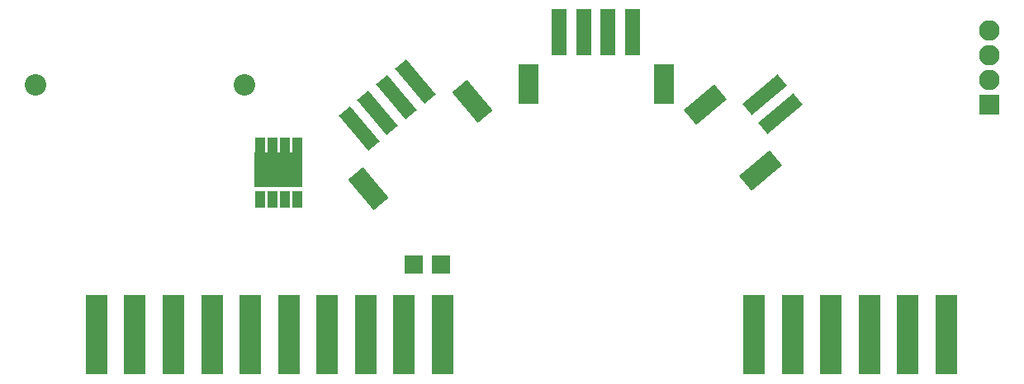
<source format=gbs>
G04*
G04 #@! TF.GenerationSoftware,Altium Limited,Altium Designer,20.1.11 (218)*
G04*
G04 Layer_Color=16711935*
%FSLAX44Y44*%
%MOMM*%
G71*
G04*
G04 #@! TF.SameCoordinates,6F891966-A938-45B2-A706-970299DF58FA*
G04*
G04*
G04 #@! TF.FilePolarity,Negative*
G04*
G01*
G75*
G04:AMPARAMS|DCode=28|XSize=4.1032mm|YSize=2.0032mm|CornerRadius=0mm|HoleSize=0mm|Usage=FLASHONLY|Rotation=40.000|XOffset=0mm|YOffset=0mm|HoleType=Round|Shape=Rectangle|*
%AMROTATEDRECTD28*
4,1,4,-0.9278,-2.0860,-2.2154,-0.5515,0.9278,2.0860,2.2154,0.5515,-0.9278,-2.0860,0.0*
%
%ADD28ROTATEDRECTD28*%

G04:AMPARAMS|DCode=29|XSize=4.7032mm|YSize=1.5032mm|CornerRadius=0mm|HoleSize=0mm|Usage=FLASHONLY|Rotation=40.000|XOffset=0mm|YOffset=0mm|HoleType=Round|Shape=Rectangle|*
%AMROTATEDRECTD29*
4,1,4,-1.3183,-2.0873,-2.2846,-0.9358,1.3183,2.0873,2.2846,0.9358,-1.3183,-2.0873,0.0*
%
%ADD29ROTATEDRECTD29*%

G04:AMPARAMS|DCode=30|XSize=4.7032mm|YSize=1.5032mm|CornerRadius=0mm|HoleSize=0mm|Usage=FLASHONLY|Rotation=130.000|XOffset=0mm|YOffset=0mm|HoleType=Round|Shape=Rectangle|*
%AMROTATEDRECTD30*
4,1,4,2.0873,-1.3183,0.9358,-2.2846,-2.0873,1.3183,-0.9358,2.2846,2.0873,-1.3183,0.0*
%
%ADD30ROTATEDRECTD30*%

G04:AMPARAMS|DCode=31|XSize=4.1032mm|YSize=2.0032mm|CornerRadius=0mm|HoleSize=0mm|Usage=FLASHONLY|Rotation=130.000|XOffset=0mm|YOffset=0mm|HoleType=Round|Shape=Rectangle|*
%AMROTATEDRECTD31*
4,1,4,2.0860,-0.9278,0.5515,-2.2154,-2.0860,0.9278,-0.5515,2.2154,2.0860,-0.9278,0.0*
%
%ADD31ROTATEDRECTD31*%

%ADD32R,2.2032X8.2032*%
%ADD40C,2.2032*%
%ADD41R,2.1032X2.1032*%
%ADD42O,2.1032X2.1032*%
%ADD43C,2.1032*%
%ADD57R,1.8542X1.9304*%
%ADD58R,1.0532X1.6532*%
%ADD59R,4.9032X3.5532*%
%ADD60R,2.0032X4.1032*%
%ADD61R,1.5032X4.7032*%
D28*
X1091161Y534107D02*
D03*
X1148369Y465929D02*
D03*
D29*
X1152330Y543661D02*
D03*
X1168400Y524510D02*
D03*
D30*
X755549Y524950D02*
D03*
X774700Y541020D02*
D03*
X793851Y557090D02*
D03*
X736398Y508881D02*
D03*
D31*
X852432Y537058D02*
D03*
X745952Y447711D02*
D03*
D32*
X821960Y297180D02*
D03*
X467360D02*
D03*
X506760D02*
D03*
X546160D02*
D03*
X585560D02*
D03*
X624960D02*
D03*
X664360D02*
D03*
X703760D02*
D03*
X743160D02*
D03*
X782560D02*
D03*
X1338580D02*
D03*
X1299180D02*
D03*
X1259780D02*
D03*
X1220380D02*
D03*
X1180980D02*
D03*
X1141580D02*
D03*
D40*
X404368Y553710D02*
D03*
X619368D02*
D03*
D41*
X1383030Y533400D02*
D03*
D42*
Y558800D02*
D03*
Y584200D02*
D03*
D43*
Y609600D02*
D03*
D57*
X820731Y369440D02*
D03*
X792791D02*
D03*
D58*
X673100Y491050D02*
D03*
X660400D02*
D03*
X647700D02*
D03*
X635000D02*
D03*
X673100Y436050D02*
D03*
X660400D02*
D03*
X647700D02*
D03*
X635000D02*
D03*
D59*
X654050Y467050D02*
D03*
D60*
X1048790Y555330D02*
D03*
X909790D02*
D03*
D61*
X1016790Y608330D02*
D03*
X991790D02*
D03*
X966790D02*
D03*
X941790D02*
D03*
M02*

</source>
